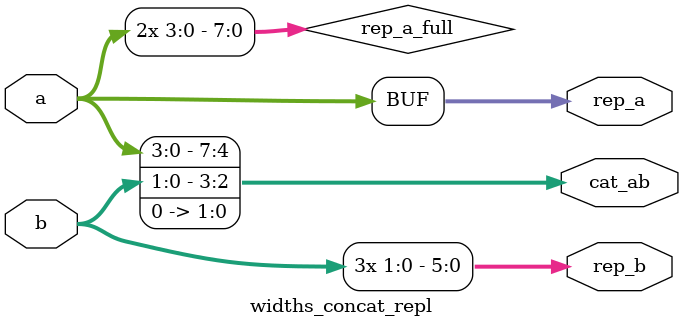
<source format=sv>


module widths_concat_repl (
    input  wire [3:0]  a,
    input  wire [1:0]  b,
    output wire [7:0]  cat_ab,
    output wire [3:0]  rep_a,
    output wire [5:0]  rep_b
);
    // Concatenate a[3:0], b[1:0], and two zeros -> 8 bits
    assign cat_ab = { a, b, 2'b00 };

    // Replicate a twice → 8 bits, then take lower 4 bits
    wire [7:0] rep_a_full = { a, a };
    assign rep_a = rep_a_full[3:0];

    // Replicate b three times → 6 bits
    assign rep_b = { b, b, b };
endmodule

</source>
